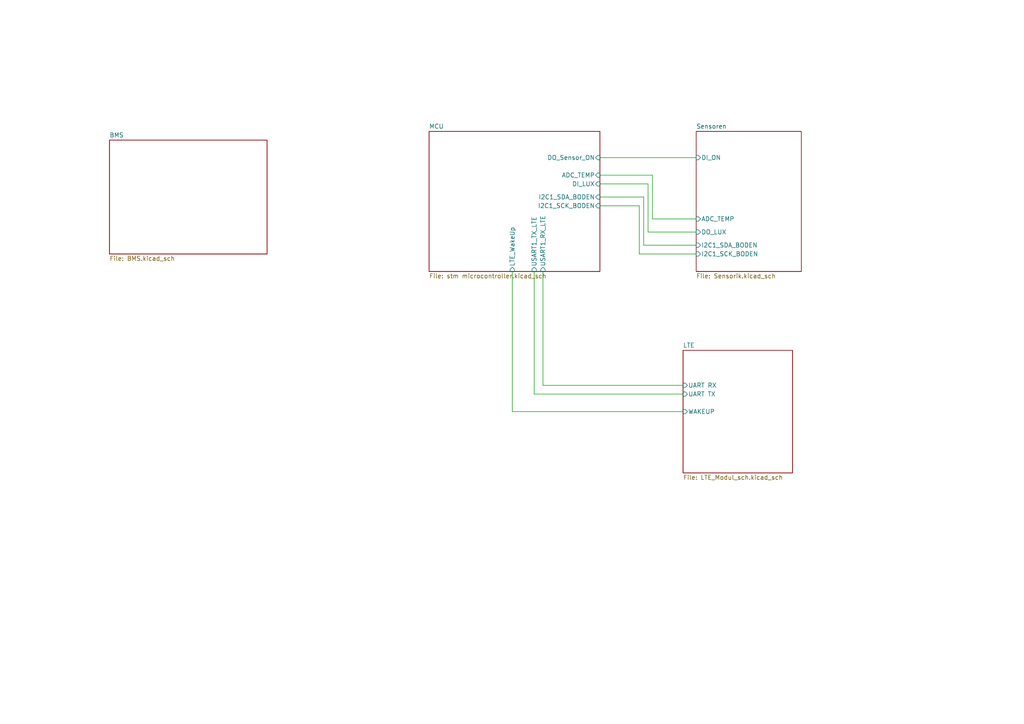
<source format=kicad_sch>
(kicad_sch
	(version 20231120)
	(generator "eeschema")
	(generator_version "8.0")
	(uuid "ef77ed57-ccc0-485d-b54a-c11bf4a81eae")
	(paper "A4")
	(lib_symbols)
	(wire
		(pts
			(xy 187.96 67.31) (xy 187.96 53.34)
		)
		(stroke
			(width 0)
			(type default)
		)
		(uuid "18f556d0-3b74-4f19-be77-da62a94e3480")
	)
	(wire
		(pts
			(xy 185.42 59.69) (xy 173.99 59.69)
		)
		(stroke
			(width 0)
			(type default)
		)
		(uuid "497bb5b1-9972-4673-954d-406b525b5f77")
	)
	(wire
		(pts
			(xy 201.93 67.31) (xy 187.96 67.31)
		)
		(stroke
			(width 0)
			(type default)
		)
		(uuid "4d81cd6f-0bad-4c8f-a6ad-c45e79fd6346")
	)
	(wire
		(pts
			(xy 173.99 57.15) (xy 186.69 57.15)
		)
		(stroke
			(width 0)
			(type default)
		)
		(uuid "5aa74721-ec05-4a46-8821-015e8ac01b07")
	)
	(wire
		(pts
			(xy 189.23 63.5) (xy 201.93 63.5)
		)
		(stroke
			(width 0)
			(type default)
		)
		(uuid "5b771a7a-1ea2-4ffb-b5ae-11a2392072e3")
	)
	(wire
		(pts
			(xy 186.69 57.15) (xy 186.69 71.12)
		)
		(stroke
			(width 0)
			(type default)
		)
		(uuid "6741e52c-ecab-4321-9a98-f8d561c63087")
	)
	(wire
		(pts
			(xy 187.96 53.34) (xy 173.99 53.34)
		)
		(stroke
			(width 0)
			(type default)
		)
		(uuid "6e71f07c-e0cc-4851-a2ad-a188d52f027a")
	)
	(wire
		(pts
			(xy 148.59 78.74) (xy 148.59 119.38)
		)
		(stroke
			(width 0)
			(type default)
		)
		(uuid "74b43c2c-6fe7-43bf-bbcf-b405db111dd7")
	)
	(wire
		(pts
			(xy 157.48 111.76) (xy 157.48 78.74)
		)
		(stroke
			(width 0)
			(type default)
		)
		(uuid "7b1451e2-65c1-4856-8676-69771a262c54")
	)
	(wire
		(pts
			(xy 185.42 73.66) (xy 185.42 59.69)
		)
		(stroke
			(width 0)
			(type default)
		)
		(uuid "9643abea-3804-4411-be5a-9c5ab2f4f9c2")
	)
	(wire
		(pts
			(xy 198.12 119.38) (xy 148.59 119.38)
		)
		(stroke
			(width 0)
			(type default)
		)
		(uuid "9930f662-7aca-45fe-a6a5-a64caaecbf15")
	)
	(wire
		(pts
			(xy 173.99 45.72) (xy 201.93 45.72)
		)
		(stroke
			(width 0)
			(type default)
		)
		(uuid "9f8a0ebe-cba3-4af5-aa2c-f62f62ee6133")
	)
	(wire
		(pts
			(xy 198.12 111.76) (xy 157.48 111.76)
		)
		(stroke
			(width 0)
			(type default)
		)
		(uuid "ab29ab55-4513-4ec4-9161-40f7df2b378e")
	)
	(wire
		(pts
			(xy 189.23 50.8) (xy 189.23 63.5)
		)
		(stroke
			(width 0)
			(type default)
		)
		(uuid "cb8a1db2-f489-4965-bb7b-2a3d8255c8cc")
	)
	(wire
		(pts
			(xy 201.93 73.66) (xy 185.42 73.66)
		)
		(stroke
			(width 0)
			(type default)
		)
		(uuid "d2532f92-7be6-4ff1-8106-ee0257fe9111")
	)
	(wire
		(pts
			(xy 154.94 114.3) (xy 154.94 78.74)
		)
		(stroke
			(width 0)
			(type default)
		)
		(uuid "db744adc-1241-42ed-aba7-80aaf22541b4")
	)
	(wire
		(pts
			(xy 173.99 50.8) (xy 189.23 50.8)
		)
		(stroke
			(width 0)
			(type default)
		)
		(uuid "e1ae9be5-0c4c-46dd-afab-8aedde27eed6")
	)
	(wire
		(pts
			(xy 186.69 71.12) (xy 201.93 71.12)
		)
		(stroke
			(width 0)
			(type default)
		)
		(uuid "e4c6f4a7-f796-47cd-bee1-af8216eab628")
	)
	(wire
		(pts
			(xy 198.12 114.3) (xy 154.94 114.3)
		)
		(stroke
			(width 0)
			(type default)
		)
		(uuid "e72f3cab-fdd7-4cca-b94b-45b939ad2e89")
	)
	(sheet
		(at 31.75 40.64)
		(size 45.72 33.02)
		(fields_autoplaced yes)
		(stroke
			(width 0.1524)
			(type solid)
		)
		(fill
			(color 0 0 0 0.0000)
		)
		(uuid "09bcb73f-3591-4543-800f-2d48de79aa09")
		(property "Sheetname" "BMS"
			(at 31.75 39.9284 0)
			(effects
				(font
					(size 1.27 1.27)
				)
				(justify left bottom)
			)
		)
		(property "Sheetfile" "BMS.kicad_sch"
			(at 31.75 74.2446 0)
			(effects
				(font
					(size 1.27 1.27)
				)
				(justify left top)
			)
		)
		(instances
			(project "Pflanzenueberwachung"
				(path "/ef77ed57-ccc0-485d-b54a-c11bf4a81eae"
					(page "5")
				)
			)
		)
	)
	(sheet
		(at 201.93 38.1)
		(size 30.48 40.64)
		(fields_autoplaced yes)
		(stroke
			(width 0.1524)
			(type solid)
		)
		(fill
			(color 0 0 0 0.0000)
		)
		(uuid "0a6a0b0e-47c4-41d3-8c35-3d3d8778c7ea")
		(property "Sheetname" "Sensoren"
			(at 201.93 37.3884 0)
			(effects
				(font
					(size 1.27 1.27)
				)
				(justify left bottom)
			)
		)
		(property "Sheetfile" "Sensorik.kicad_sch"
			(at 201.93 79.3246 0)
			(effects
				(font
					(size 1.27 1.27)
				)
				(justify left top)
			)
		)
		(pin "ADC_TEMP" input
			(at 201.93 63.5 180)
			(effects
				(font
					(size 1.27 1.27)
				)
				(justify left)
			)
			(uuid "0184940e-b6b1-40bf-a0a2-e90c41c10904")
		)
		(pin "DI_ON" input
			(at 201.93 45.72 180)
			(effects
				(font
					(size 1.27 1.27)
				)
				(justify left)
			)
			(uuid "cf9254f1-5c20-4158-a75e-aa8b08ff2bc8")
		)
		(pin "I2C1_SDA_BODEN" input
			(at 201.93 71.12 180)
			(effects
				(font
					(size 1.27 1.27)
				)
				(justify left)
			)
			(uuid "ab4dbca2-ffa1-435d-ad98-59209f9b08d0")
		)
		(pin "I2C1_SCK_BODEN" input
			(at 201.93 73.66 180)
			(effects
				(font
					(size 1.27 1.27)
				)
				(justify left)
			)
			(uuid "f160e11e-1e5f-462f-be9c-65732d16ddf8")
		)
		(pin "DO_LUX" input
			(at 201.93 67.31 180)
			(effects
				(font
					(size 1.27 1.27)
				)
				(justify left)
			)
			(uuid "e46ad9d2-564e-47bc-a656-a4a043cb9b2e")
		)
		(instances
			(project "Pflanzenueberwachung"
				(path "/ef77ed57-ccc0-485d-b54a-c11bf4a81eae"
					(page "4")
				)
			)
		)
	)
	(sheet
		(at 124.46 38.1)
		(size 49.53 40.64)
		(fields_autoplaced yes)
		(stroke
			(width 0.1524)
			(type solid)
		)
		(fill
			(color 0 0 0 0.0000)
		)
		(uuid "8dd4c6e3-f5e6-4c6b-810a-6def11f35765")
		(property "Sheetname" "MCU"
			(at 124.46 37.3884 0)
			(effects
				(font
					(size 1.27 1.27)
				)
				(justify left bottom)
			)
		)
		(property "Sheetfile" "stm microcontroller.kicad_sch"
			(at 124.46 79.3246 0)
			(effects
				(font
					(size 1.27 1.27)
				)
				(justify left top)
			)
		)
		(pin "LTE_WakeUp" input
			(at 148.59 78.74 270)
			(effects
				(font
					(size 1.27 1.27)
				)
				(justify left)
			)
			(uuid "895a96f2-b757-4118-8333-3f053a578c64")
		)
		(pin "USART1_TX_LTE" input
			(at 154.94 78.74 270)
			(effects
				(font
					(size 1.27 1.27)
				)
				(justify left)
			)
			(uuid "1199d602-9ed0-45b4-8d5e-2686fac100d6")
		)
		(pin "USART1_RX_LTE" input
			(at 157.48 78.74 270)
			(effects
				(font
					(size 1.27 1.27)
				)
				(justify left)
			)
			(uuid "811a2b60-bbed-451c-9d71-38397311da06")
		)
		(pin "I2C1_SDA_BODEN" input
			(at 173.99 57.15 0)
			(effects
				(font
					(size 1.27 1.27)
				)
				(justify right)
			)
			(uuid "751f3585-29f2-4a2b-9eb5-14b3d548a433")
		)
		(pin "I2C1_SCK_BODEN" input
			(at 173.99 59.69 0)
			(effects
				(font
					(size 1.27 1.27)
				)
				(justify right)
			)
			(uuid "d59b6b58-74d9-4f25-b877-9c15562757e0")
		)
		(pin "DI_LUX" input
			(at 173.99 53.34 0)
			(effects
				(font
					(size 1.27 1.27)
				)
				(justify right)
			)
			(uuid "d8a15b98-fb9f-4582-ad1c-c95dfcf3810e")
		)
		(pin "ADC_TEMP" input
			(at 173.99 50.8 0)
			(effects
				(font
					(size 1.27 1.27)
				)
				(justify right)
			)
			(uuid "fdf2b6f6-db1f-4897-bc97-bc7f1382ed45")
		)
		(pin "DO_Sensor_ON" input
			(at 173.99 45.72 0)
			(effects
				(font
					(size 1.27 1.27)
				)
				(justify right)
			)
			(uuid "c87c9869-641d-4f3b-8b68-e64d3488b2e0")
		)
		(instances
			(project "Pflanzenueberwachung"
				(path "/ef77ed57-ccc0-485d-b54a-c11bf4a81eae"
					(page "2")
				)
			)
		)
	)
	(sheet
		(at 198.12 101.6)
		(size 31.75 35.56)
		(fields_autoplaced yes)
		(stroke
			(width 0.1524)
			(type solid)
		)
		(fill
			(color 0 0 0 0.0000)
		)
		(uuid "cc0087c6-0eb5-47dc-9fab-e999fb79f5b3")
		(property "Sheetname" "LTE"
			(at 198.12 100.8884 0)
			(effects
				(font
					(size 1.27 1.27)
				)
				(justify left bottom)
			)
		)
		(property "Sheetfile" "LTE_Modul_sch.kicad_sch"
			(at 198.12 137.7446 0)
			(effects
				(font
					(size 1.27 1.27)
				)
				(justify left top)
			)
		)
		(pin "UART TX" input
			(at 198.12 114.3 180)
			(effects
				(font
					(size 1.27 1.27)
				)
				(justify left)
			)
			(uuid "9e9cc101-e128-42bb-ba99-92ca8f0dff3c")
		)
		(pin "UART RX" input
			(at 198.12 111.76 180)
			(effects
				(font
					(size 1.27 1.27)
				)
				(justify left)
			)
			(uuid "a6a0853e-8db5-4b08-87ab-72ea269de7c2")
		)
		(pin "WAKEUP" input
			(at 198.12 119.38 180)
			(effects
				(font
					(size 1.27 1.27)
				)
				(justify left)
			)
			(uuid "149a91c7-16d3-4ce5-bc5c-d4a4efc701bb")
		)
		(instances
			(project "Pflanzenueberwachung"
				(path "/ef77ed57-ccc0-485d-b54a-c11bf4a81eae"
					(page "3")
				)
			)
		)
	)
	(sheet_instances
		(path "/"
			(page "1")
		)
	)
)

</source>
